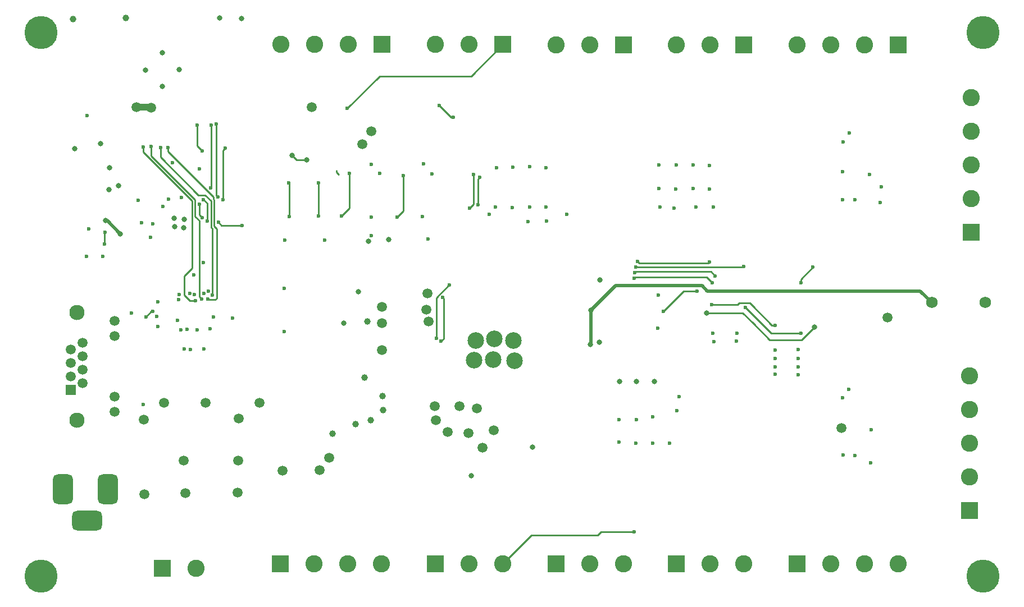
<source format=gbr>
G04 #@! TF.GenerationSoftware,KiCad,Pcbnew,7.0.9-7.0.9~ubuntu23.04.1*
G04 #@! TF.CreationDate,2023-12-28T07:41:34-06:00*
G04 #@! TF.ProjectId,access-controller,61636365-7373-42d6-936f-6e74726f6c6c,rev?*
G04 #@! TF.SameCoordinates,Original*
G04 #@! TF.FileFunction,Copper,L4,Bot*
G04 #@! TF.FilePolarity,Positive*
%FSLAX46Y46*%
G04 Gerber Fmt 4.6, Leading zero omitted, Abs format (unit mm)*
G04 Created by KiCad (PCBNEW 7.0.9-7.0.9~ubuntu23.04.1) date 2023-12-28 07:41:34*
%MOMM*%
%LPD*%
G01*
G04 APERTURE LIST*
G04 Aperture macros list*
%AMRoundRect*
0 Rectangle with rounded corners*
0 $1 Rounding radius*
0 $2 $3 $4 $5 $6 $7 $8 $9 X,Y pos of 4 corners*
0 Add a 4 corners polygon primitive as box body*
4,1,4,$2,$3,$4,$5,$6,$7,$8,$9,$2,$3,0*
0 Add four circle primitives for the rounded corners*
1,1,$1+$1,$2,$3*
1,1,$1+$1,$4,$5*
1,1,$1+$1,$6,$7*
1,1,$1+$1,$8,$9*
0 Add four rect primitives between the rounded corners*
20,1,$1+$1,$2,$3,$4,$5,0*
20,1,$1+$1,$4,$5,$6,$7,0*
20,1,$1+$1,$6,$7,$8,$9,0*
20,1,$1+$1,$8,$9,$2,$3,0*%
G04 Aperture macros list end*
G04 #@! TA.AperFunction,ComponentPad*
%ADD10C,5.000000*%
G04 #@! TD*
G04 #@! TA.AperFunction,ComponentPad*
%ADD11R,2.600000X2.600000*%
G04 #@! TD*
G04 #@! TA.AperFunction,ComponentPad*
%ADD12C,2.600000*%
G04 #@! TD*
G04 #@! TA.AperFunction,ComponentPad*
%ADD13R,1.500000X1.500000*%
G04 #@! TD*
G04 #@! TA.AperFunction,ComponentPad*
%ADD14C,1.500000*%
G04 #@! TD*
G04 #@! TA.AperFunction,ComponentPad*
%ADD15C,2.300000*%
G04 #@! TD*
G04 #@! TA.AperFunction,ComponentPad*
%ADD16RoundRect,0.750000X-0.750000X-1.500000X0.750000X-1.500000X0.750000X1.500000X-0.750000X1.500000X0*%
G04 #@! TD*
G04 #@! TA.AperFunction,ComponentPad*
%ADD17RoundRect,0.750000X-1.500000X-0.750000X1.500000X-0.750000X1.500000X0.750000X-1.500000X0.750000X0*%
G04 #@! TD*
G04 #@! TA.AperFunction,ComponentPad*
%ADD18C,1.750000*%
G04 #@! TD*
G04 #@! TA.AperFunction,ViaPad*
%ADD19C,0.600000*%
G04 #@! TD*
G04 #@! TA.AperFunction,ViaPad*
%ADD20C,1.500000*%
G04 #@! TD*
G04 #@! TA.AperFunction,ViaPad*
%ADD21C,0.800000*%
G04 #@! TD*
G04 #@! TA.AperFunction,ViaPad*
%ADD22C,1.000000*%
G04 #@! TD*
G04 #@! TA.AperFunction,ViaPad*
%ADD23C,2.500000*%
G04 #@! TD*
G04 #@! TA.AperFunction,Conductor*
%ADD24C,0.250000*%
G04 #@! TD*
G04 #@! TA.AperFunction,Conductor*
%ADD25C,0.500000*%
G04 #@! TD*
G04 #@! TA.AperFunction,Conductor*
%ADD26C,1.000000*%
G04 #@! TD*
G04 APERTURE END LIST*
D10*
X84850000Y-48850000D03*
X226850000Y-48850000D03*
X84850000Y-130850000D03*
X226850000Y-130850000D03*
D11*
X103155000Y-129705000D03*
D12*
X108235000Y-129705000D03*
D11*
X190810000Y-50700000D03*
D12*
X185730000Y-50700000D03*
X180650000Y-50700000D03*
D13*
X89375000Y-102760000D03*
D14*
X91155000Y-101744000D03*
X89375000Y-100728000D03*
X91155000Y-99712000D03*
X89375000Y-98696000D03*
X91155000Y-97680000D03*
X89375000Y-96664000D03*
X91155000Y-95648000D03*
X95975000Y-106060000D03*
X95975000Y-103770000D03*
X95975000Y-94630000D03*
X95975000Y-92340000D03*
D15*
X90265000Y-107330000D03*
X90265000Y-91070000D03*
D11*
X144300000Y-129050000D03*
D12*
X149380000Y-129050000D03*
X154460000Y-129050000D03*
D11*
X224850000Y-121010000D03*
D12*
X224850000Y-115930000D03*
X224850000Y-110850000D03*
X224850000Y-105770000D03*
X224850000Y-100690000D03*
D11*
X162500000Y-129050000D03*
D12*
X167580000Y-129050000D03*
X172660000Y-129050000D03*
D11*
X225100000Y-78985000D03*
D12*
X225100000Y-73905000D03*
X225100000Y-68825000D03*
X225100000Y-63745000D03*
X225100000Y-58665000D03*
D16*
X94925000Y-117725000D03*
X88125000Y-117725000D03*
D17*
X91825000Y-122525000D03*
D11*
X154460000Y-50650000D03*
D12*
X149380000Y-50650000D03*
X144300000Y-50650000D03*
D11*
X120950000Y-129050000D03*
D12*
X126030000Y-129050000D03*
X131110000Y-129050000D03*
X136190000Y-129050000D03*
D11*
X198850000Y-129050000D03*
D12*
X203930000Y-129050000D03*
X209010000Y-129050000D03*
X214090000Y-129050000D03*
D11*
X214090000Y-50700000D03*
D12*
X209010000Y-50700000D03*
X203930000Y-50700000D03*
X198850000Y-50700000D03*
D11*
X172650000Y-50700000D03*
D12*
X167570000Y-50700000D03*
X162490000Y-50700000D03*
D18*
X219175000Y-89600000D03*
X227175000Y-89600000D03*
D11*
X180600000Y-129050000D03*
D12*
X185680000Y-129050000D03*
X190760000Y-129050000D03*
D11*
X136240000Y-50650000D03*
D12*
X131160000Y-50650000D03*
X126080000Y-50650000D03*
X121000000Y-50650000D03*
D19*
X207575000Y-112675000D03*
D20*
X126850000Y-114900000D03*
D21*
X106475000Y-77050000D03*
D20*
X114625000Y-107125000D03*
X114550000Y-113450000D03*
D19*
X199000000Y-98025000D03*
X91775000Y-61325000D03*
X127600000Y-80125000D03*
D21*
X89900000Y-66400000D03*
X115075000Y-46675000D03*
D22*
X89675000Y-46800000D03*
D19*
X106900000Y-93650000D03*
X206625000Y-102650000D03*
X186300000Y-95450000D03*
X155950000Y-69125000D03*
X177056284Y-106825000D03*
X198950000Y-99275000D03*
X108400000Y-93725000D03*
X143775000Y-70150000D03*
X180575000Y-68825000D03*
X91725000Y-82600000D03*
X126675000Y-71525000D03*
X142375000Y-76600000D03*
D23*
X156250000Y-98325000D03*
D20*
X153100000Y-108850000D03*
D21*
X130500000Y-92700000D03*
D20*
X143250000Y-92400000D03*
D19*
X99475000Y-74125000D03*
D21*
X105000000Y-78100000D03*
D19*
X158500000Y-69075000D03*
X189675000Y-95425000D03*
X205775000Y-65350000D03*
D20*
X125625000Y-60075000D03*
D19*
X178000000Y-68850000D03*
X105600000Y-89150000D03*
D20*
X149250000Y-109275000D03*
D19*
X195525000Y-100425000D03*
D20*
X151375000Y-111500000D03*
D19*
X183125000Y-68850000D03*
D23*
X153025000Y-98200000D03*
D20*
X133275000Y-65650000D03*
D19*
X101375000Y-79775000D03*
D22*
X132300000Y-107900000D03*
D19*
X107300000Y-88200000D03*
X180675000Y-105925000D03*
X207525000Y-74025000D03*
D23*
X150150000Y-98250000D03*
D19*
X134600000Y-68750000D03*
D20*
X144350000Y-107375000D03*
D19*
X110825000Y-91725000D03*
X205725000Y-112625000D03*
X185650000Y-68900000D03*
X183150000Y-72350000D03*
D21*
X103125000Y-51875000D03*
D19*
X109400000Y-88175000D03*
X155927500Y-75222494D03*
D21*
X111800000Y-46625000D03*
X100625000Y-54525000D03*
D22*
X134525000Y-107325000D03*
D19*
X92050000Y-78425000D03*
D20*
X205525000Y-108550000D03*
D21*
X103175000Y-57000000D03*
D22*
X134025000Y-92450000D03*
D19*
X134650000Y-79450000D03*
X153375000Y-75175000D03*
D20*
X212425000Y-91875000D03*
X121250000Y-114975000D03*
D21*
X149700000Y-115700000D03*
D19*
X174574798Y-107225202D03*
X178000000Y-72375000D03*
X158477500Y-75125000D03*
X121475000Y-87450000D03*
D20*
X134625000Y-63750000D03*
D19*
X134600000Y-76700000D03*
D21*
X96500000Y-71925000D03*
X95075000Y-72550000D03*
D19*
X205650000Y-103950000D03*
X105400000Y-92225000D03*
D21*
X104900000Y-76850000D03*
D19*
X172000000Y-107250000D03*
X205675000Y-74025000D03*
X94200000Y-82600000D03*
X110300000Y-93500000D03*
D21*
X106375000Y-78300000D03*
D19*
X195500000Y-98000000D03*
D21*
X95225000Y-69200000D03*
D19*
X195550000Y-99275000D03*
D20*
X146125000Y-109100000D03*
D22*
X136375000Y-105825000D03*
D23*
X156075000Y-95275000D03*
D19*
X177875000Y-88425000D03*
D20*
X128325000Y-113025000D03*
D19*
X126700000Y-76550000D03*
D21*
X93800000Y-65600000D03*
D19*
X199025000Y-100475000D03*
D22*
X128800000Y-109375000D03*
D21*
X105725000Y-54400000D03*
D20*
X100325000Y-107275000D03*
D19*
X135950000Y-70100000D03*
D20*
X114475000Y-118225000D03*
D19*
X177025000Y-110825000D03*
D22*
X133625000Y-100875000D03*
D19*
X177800000Y-93475000D03*
D20*
X142900000Y-90700000D03*
D19*
X105900000Y-93725000D03*
D23*
X150375000Y-95350000D03*
D19*
X110057299Y-87900029D03*
X161007500Y-75149998D03*
X106025000Y-73725000D03*
X143150000Y-80025000D03*
D22*
X97650000Y-46600000D03*
D21*
X158950000Y-111375000D03*
D19*
X160975000Y-69200000D03*
X121500000Y-94000000D03*
X172000000Y-110650000D03*
X100000000Y-77549998D03*
X206700000Y-63975000D03*
X185600000Y-72450000D03*
D23*
X153200000Y-95025000D03*
D19*
X153500000Y-69200000D03*
X142475000Y-68650000D03*
X107950000Y-88375000D03*
X105723217Y-88410696D03*
X180525000Y-72425000D03*
X179625000Y-110850000D03*
X205700000Y-69850000D03*
D20*
X117775000Y-104700000D03*
D19*
X174525000Y-110775000D03*
D21*
X167675000Y-95900000D03*
X167725000Y-90750000D03*
X94575000Y-77225000D03*
X96800000Y-79200000D03*
D19*
X112275000Y-74025000D03*
X138550000Y-76675000D03*
X112625000Y-66250000D03*
X139500000Y-70400000D03*
D20*
X147925000Y-105250000D03*
X106375000Y-113450000D03*
X103425000Y-104700000D03*
X106575000Y-118350000D03*
D22*
X136350000Y-103700000D03*
D20*
X144200000Y-105250000D03*
X109650000Y-104725000D03*
X150575000Y-105562500D03*
D19*
X100250000Y-104950000D03*
D20*
X100425000Y-118475000D03*
D19*
X130975000Y-60300000D03*
X122250000Y-76575000D03*
X109150000Y-66725000D03*
X122200000Y-71550000D03*
X108400000Y-62800000D03*
X174225000Y-124200000D03*
X94400000Y-80725000D03*
X94475000Y-79000000D03*
X101475000Y-66050000D03*
X109075000Y-89075000D03*
X101672010Y-90930841D03*
X100651974Y-91761165D03*
X111575000Y-77475000D03*
X115150000Y-77975000D03*
X130175000Y-76500000D03*
D21*
X124925000Y-68050000D03*
D19*
X131375000Y-70100000D03*
D21*
X122673008Y-67351992D03*
D19*
X211500000Y-72100000D03*
X110450000Y-72325000D03*
X109875000Y-77261850D03*
X110475000Y-62825000D03*
X109300000Y-74025000D03*
X108759697Y-74710990D03*
X109182099Y-76769517D03*
X111497983Y-73680400D03*
X111275000Y-62675000D03*
X191050000Y-90325000D03*
X199450000Y-94200000D03*
X201225000Y-84200000D03*
X199375000Y-86600000D03*
X147000000Y-61625000D03*
X144875000Y-59825000D03*
X145169300Y-95427893D03*
X149450000Y-75300000D03*
X150050000Y-70225000D03*
X145412970Y-88830658D03*
X174550000Y-84250000D03*
X190742752Y-84107248D03*
X174243280Y-85919721D03*
X186050000Y-86575000D03*
X144450000Y-94975000D03*
X146400000Y-86975000D03*
X150700000Y-74800000D03*
X150975000Y-70650000D03*
X195525000Y-93000000D03*
X185925000Y-89875000D03*
X178650000Y-90900000D03*
X183725000Y-87825000D03*
X174778013Y-83380776D03*
X185575000Y-83475000D03*
X186475000Y-85575000D03*
X174352732Y-85076795D03*
X100250000Y-66075000D03*
X108162222Y-89279127D03*
X104000000Y-66200000D03*
X110000000Y-89025000D03*
X102850000Y-66175000D03*
X110675000Y-88450000D03*
X211375000Y-74525000D03*
D21*
X177325000Y-101475000D03*
X132700000Y-87975000D03*
D19*
X183600000Y-75125000D03*
X161075000Y-77250000D03*
D21*
X174625000Y-101525000D03*
D19*
X198975000Y-96700000D03*
X186075000Y-94200000D03*
X180250000Y-75300000D03*
X103225000Y-75075000D03*
D21*
X168975000Y-95600000D03*
D19*
X189725000Y-94250000D03*
X107400000Y-96650000D03*
X186175000Y-75125000D03*
X102300000Y-91700000D03*
D21*
X134225000Y-80350000D03*
D19*
X102500000Y-93200000D03*
X106425000Y-96600000D03*
X178200000Y-75125000D03*
X209700000Y-70225000D03*
X209875000Y-113775000D03*
D20*
X143075000Y-88200000D03*
D19*
X98500000Y-91125000D03*
D21*
X137275000Y-80075000D03*
D19*
X121600000Y-80125000D03*
D21*
X169125000Y-86150000D03*
X172025000Y-101500000D03*
D20*
X136249000Y-92650000D03*
D19*
X164075000Y-76250000D03*
X113750000Y-91950000D03*
D20*
X136225000Y-96750000D03*
X101425000Y-60150000D03*
D19*
X109425000Y-96575000D03*
X104675000Y-68509599D03*
X104075000Y-73975000D03*
D20*
X136249000Y-90250000D03*
D19*
X108725000Y-69375000D03*
X107900000Y-85425000D03*
X181000000Y-103775000D03*
D20*
X99275000Y-60100000D03*
D19*
X109325000Y-83575000D03*
X195550000Y-96725000D03*
X102500000Y-89475000D03*
X101675000Y-77725000D03*
X210000000Y-108775000D03*
X158300000Y-77325000D03*
X152400000Y-76250000D03*
D21*
X201450000Y-93250000D03*
X185225000Y-91125000D03*
D24*
X129375000Y-69925000D02*
X129700000Y-70250000D01*
X129375000Y-69675000D02*
X129375000Y-69925000D01*
X126700000Y-71550000D02*
X126675000Y-71525000D01*
X126700000Y-76550000D02*
X126700000Y-71550000D01*
D25*
X184475000Y-87025000D02*
X171450000Y-87025000D01*
X171450000Y-87025000D02*
X167725000Y-90750000D01*
X167725000Y-95850000D02*
X167725000Y-90750000D01*
X217400000Y-87825000D02*
X185275000Y-87825000D01*
X167675000Y-95900000D02*
X167725000Y-95850000D01*
X219175000Y-89600000D02*
X217400000Y-87825000D01*
X94575000Y-77225000D02*
X94825000Y-77225000D01*
X94825000Y-77225000D02*
X96800000Y-79200000D01*
X185275000Y-87825000D02*
X184475000Y-87025000D01*
D24*
X139500000Y-75725000D02*
X138550000Y-76675000D01*
X139500000Y-70400000D02*
X139500000Y-75725000D01*
X112275000Y-74025000D02*
X112275000Y-66600000D01*
X112275000Y-66600000D02*
X112625000Y-66250000D01*
X130975000Y-60300000D02*
X135875000Y-55400000D01*
X149710000Y-55400000D02*
X154460000Y-50650000D01*
X135875000Y-55400000D02*
X149710000Y-55400000D01*
X108400000Y-65975000D02*
X108400000Y-62800000D01*
X109150000Y-66725000D02*
X108400000Y-65975000D01*
X122250000Y-71600000D02*
X122200000Y-71550000D01*
X122250000Y-76575000D02*
X122250000Y-71600000D01*
X158810000Y-124700000D02*
X154460000Y-129050000D01*
X169250000Y-124200000D02*
X168750000Y-124700000D01*
X168750000Y-124700000D02*
X158810000Y-124700000D01*
X174225000Y-124200000D02*
X169250000Y-124200000D01*
X94400000Y-80725000D02*
X94400000Y-79075000D01*
X94400000Y-79075000D02*
X94475000Y-79000000D01*
X108700000Y-77229595D02*
X108700000Y-88700000D01*
X108084697Y-74068706D02*
X108084697Y-76614292D01*
X101475000Y-66050000D02*
X101475000Y-67459009D01*
X108700000Y-88700000D02*
X109075000Y-89075000D01*
X101475000Y-67459009D02*
X108084697Y-74068706D01*
X108084697Y-76614292D02*
X108700000Y-77229595D01*
X101482298Y-90930841D02*
X101672010Y-90930841D01*
X100651974Y-91761165D02*
X101482298Y-90930841D01*
X112075000Y-77975000D02*
X111575000Y-77475000D01*
X115150000Y-77975000D02*
X112075000Y-77975000D01*
X124925000Y-68050000D02*
X123371016Y-68050000D01*
X131375000Y-75300000D02*
X131375000Y-70100000D01*
X123371016Y-68050000D02*
X122673008Y-67351992D01*
X130175000Y-76500000D02*
X131375000Y-75300000D01*
X109300000Y-74025000D02*
X109875000Y-74600000D01*
X110450000Y-72325000D02*
X110475000Y-72300000D01*
X109875000Y-74600000D02*
X109875000Y-77261850D01*
X110475000Y-72300000D02*
X110475000Y-62825000D01*
X111250000Y-62700000D02*
X111250000Y-73432417D01*
X111250000Y-73432417D02*
X111497983Y-73680400D01*
X108759697Y-76347115D02*
X109182099Y-76769517D01*
X111275000Y-62675000D02*
X111250000Y-62700000D01*
X108759697Y-74710990D02*
X108759697Y-76347115D01*
X194925000Y-94200000D02*
X199450000Y-94200000D01*
X191050000Y-90325000D02*
X194925000Y-94200000D01*
X199375000Y-86050000D02*
X199375000Y-86600000D01*
X201225000Y-84200000D02*
X199375000Y-86050000D01*
X146675000Y-61625000D02*
X144875000Y-59825000D01*
X147000000Y-61625000D02*
X146675000Y-61625000D01*
X145169300Y-95427893D02*
X145575000Y-95022193D01*
X150050000Y-70225000D02*
X150050000Y-74700000D01*
X150050000Y-74700000D02*
X149450000Y-75300000D01*
X145575000Y-88992688D02*
X145412970Y-88830658D01*
X145575000Y-95022193D02*
X145575000Y-88992688D01*
X174550000Y-84250000D02*
X190600000Y-84250000D01*
X190600000Y-84250000D02*
X190742752Y-84107248D01*
X185226795Y-85751795D02*
X174411206Y-85751795D01*
X174411206Y-85751795D02*
X174243280Y-85919721D01*
X186050000Y-86575000D02*
X185226795Y-85751795D01*
X144450000Y-94975000D02*
X144450000Y-88839033D01*
X144450000Y-88839033D02*
X146314033Y-86975000D01*
X150700000Y-70925000D02*
X150975000Y-70650000D01*
X150700000Y-74800000D02*
X150700000Y-70925000D01*
X146314033Y-86975000D02*
X146400000Y-86975000D01*
X190075000Y-89675000D02*
X191700000Y-89675000D01*
X195025000Y-93000000D02*
X195525000Y-93000000D01*
X191700000Y-89675000D02*
X192100000Y-90075000D01*
X185925000Y-89875000D02*
X189875000Y-89875000D01*
X192100000Y-90075000D02*
X195025000Y-93000000D01*
X189875000Y-89875000D02*
X190075000Y-89675000D01*
X181725000Y-87825000D02*
X183725000Y-87825000D01*
X178650000Y-90900000D02*
X181725000Y-87825000D01*
X175022237Y-83625000D02*
X174778013Y-83380776D01*
X185575000Y-83475000D02*
X185425000Y-83625000D01*
X185425000Y-83625000D02*
X175022237Y-83625000D01*
X174504527Y-84925000D02*
X174352732Y-85076795D01*
X185825000Y-84925000D02*
X174504527Y-84925000D01*
X186475000Y-85575000D02*
X185825000Y-84925000D01*
X106450000Y-88450000D02*
X107279127Y-89279127D01*
X100250000Y-66870405D02*
X107634697Y-74255102D01*
X107279127Y-89279127D02*
X108162222Y-89279127D01*
X107634697Y-74255102D02*
X107634697Y-84390303D01*
X100250000Y-66075000D02*
X100250000Y-66870405D01*
X107634697Y-84390303D02*
X106450000Y-85575000D01*
X106450000Y-85575000D02*
X106450000Y-88450000D01*
X110950000Y-74087012D02*
X110950000Y-78054595D01*
X111325000Y-78429595D02*
X111325000Y-88954595D01*
X110822983Y-73959995D02*
X110950000Y-74087012D01*
X111104595Y-89175000D02*
X110150000Y-89175000D01*
X110150000Y-89175000D02*
X110000000Y-89025000D01*
X104000000Y-66200000D02*
X104000000Y-66802208D01*
X110822983Y-73625191D02*
X110822983Y-73959995D01*
X110950000Y-78054595D02*
X111325000Y-78429595D01*
X104000000Y-66802208D02*
X110822983Y-73625191D01*
X111325000Y-88954595D02*
X111104595Y-89175000D01*
X110700000Y-78440991D02*
X110700000Y-88425000D01*
X109576592Y-73350000D02*
X110500000Y-74273408D01*
X108554595Y-73350000D02*
X109576592Y-73350000D01*
X102850000Y-66175000D02*
X102850000Y-67645405D01*
X102850000Y-67645405D02*
X108554595Y-73350000D01*
X110500000Y-74273408D02*
X110500000Y-78240991D01*
X110500000Y-78240991D02*
X110700000Y-78440991D01*
X110700000Y-88425000D02*
X110675000Y-88450000D01*
D26*
X99275000Y-60100000D02*
X101375000Y-60100000D01*
X101375000Y-60100000D02*
X101425000Y-60150000D01*
D24*
X192175000Y-92700000D02*
X194700000Y-95225000D01*
X185225000Y-91125000D02*
X190600000Y-91125000D01*
X199475000Y-95225000D02*
X201450000Y-93250000D01*
X190600000Y-91125000D02*
X192175000Y-92700000D01*
X194700000Y-95225000D02*
X198225000Y-95225000D01*
X198225000Y-95225000D02*
X199475000Y-95225000D01*
M02*

</source>
